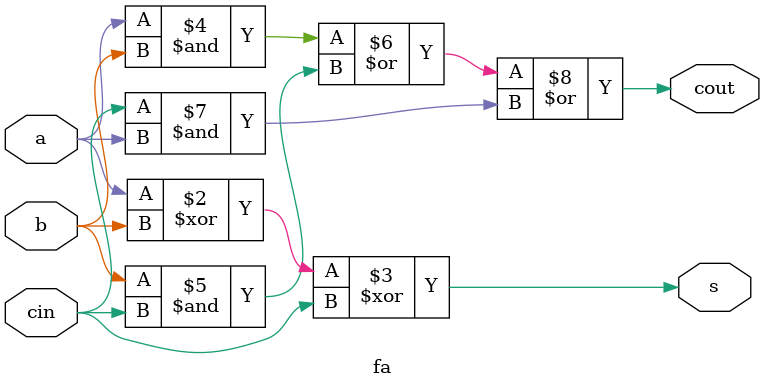
<source format=v>
module fa(a, b, cin, s, cout);
    input a, b, cin;
    output s, cout;
    reg s, cout;

always @(a or b or cin) begin
    s = a ^ b ^ cin;
    cout = (a & b) | (b & cin) | (cin & a);
end
endmodule

</source>
